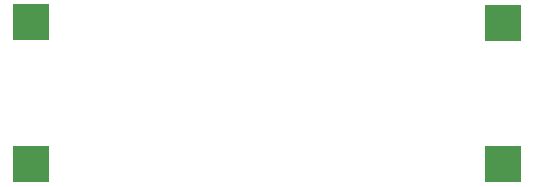
<source format=gbs>
G04*
G04 #@! TF.GenerationSoftware,Altium Limited,Altium Designer,23.9.2 (47)*
G04*
G04 Layer_Color=16711935*
%FSLAX25Y25*%
%MOIN*%
G70*
G04*
G04 #@! TF.SameCoordinates,48698AD6-0B35-4497-AB79-32B575EC37EE*
G04*
G04*
G04 #@! TF.FilePolarity,Negative*
G04*
G01*
G75*
%ADD30R,0.12110X0.12110*%
D30*
X157480Y53150D02*
D03*
Y5906D02*
D03*
X184Y53334D02*
D03*
X0Y5906D02*
D03*
M02*

</source>
